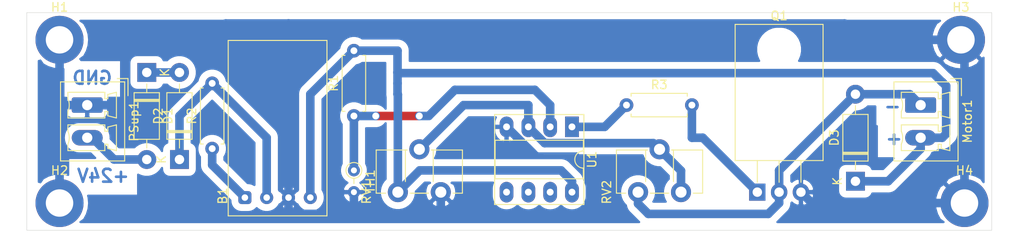
<source format=kicad_pcb>
(kicad_pcb (version 20211014) (generator pcbnew)
  (layers (0 "F.Cu" signal) (31 "B.Cu" signal) (34 "B.Paste" user) (35 "F.Paste" user) (36 "B.SilkS" user "B.Silkscreen") (37 "F.SilkS" user "F.Silkscreen") (38 "B.Mask" user) (39 "F.Mask" user) (44 "Edge.Cuts" user))
  (net 0 "")
  (net 1 "Net-(B1-Pad2)")
  (net 2 "GNDD")
  (net 3 "+12V")
  (net 4 "Net-(D1-Pad1)")
  (net 5 "+24V")
  (net 6 "Net-(D3-Pad2)")
  (net 7 "Net-(Q1-Pad1)")
  (net 8 "Net-(R1-Pad1)")
  (net 9 "Net-(R3-Pad1)")
  (net 10 "Net-(RV1-Pad2)")
  (net 11 "Net-(B1-Pad1)")
  (footprint "breakot_SileliS:DC-DC_24V_Stepdown_brekout_horizontal" (layer "F.Cu") (at 74.51 137.16 90)
    (fp_text reference "B1" (at 2.1 -0.9 90) (layer "F.SilkS"))
    (fp_text value "DC-DC_24V_Stepdown")
    (fp_line (start -0.225 -0.25) (end 20.25 -0.25) (layer "F.SilkS") (width 0.12))
    (fp_line (start -0.225 11.25) (end -0.225 -0.25) (layer "F.SilkS") (width 0.12))
    (fp_line (start 20.25 11.25) (end -0.225 11.25) (layer "F.SilkS") (width 0.12))
    (fp_line (start 20.25 -0.25) (end 20.25 11.25) (layer "F.SilkS") (width 0.12))
    (pad "1" thru_hole roundrect locked (at 1.905 1.69 90) (size 1.524 1.524) (drill 0.762) (layers *.Cu *.Mask) (net 11 "Net-(B1-Pad1)"))
    (pad "2" thru_hole circle locked (at 1.905 4.23 90) (size 1.524 1.524) (drill 0.762) (layers *.Cu *.Mask) (net 1 "Net-(B1-Pad2)"))
    (pad "3" thru_hole circle locked (at 1.905 6.77 90) (size 1.524 1.524) (drill 0.762) (layers *.Cu *.Mask) (net 2 "GNDD"))
    (pad "4" thru_hole circle locked (at 1.905 9.31 90) (size 1.524 1.524) (drill 0.762) (layers *.Cu *.Mask) (net 3 "+12V"))
  )
  (footprint "Diode_THT:D_DO-41_SOD81_P10.16mm_Horizontal" (layer "F.Cu") (at 64.77 120.65 -90)
    (fp_text reference "D1" (at 5.08 -2.47 90) (layer "F.SilkS"))
    (fp_text value "1N4007")
    (fp_text user "K" (at 0 -2.1 90) (layer "F.SilkS"))
    (fp_line (start 7.8 1.47) (end 7.8 -1.47) (layer "F.SilkS") (width 0.12))
    (fp_line (start 2.36 1.47) (end 7.8 1.47) (layer "F.SilkS") (width 0.12))
    (fp_line (start 3.14 -1.47) (end 3.14 1.47) (layer "F.SilkS") (width 0.12))
    (fp_line (start 8.82 0) (end 7.8 0) (layer "F.SilkS") (width 0.12))
    (fp_line (start 3.38 -1.47) (end 3.38 1.47) (layer "F.SilkS") (width 0.12))
    (fp_line (start 3.26 -1.47) (end 3.26 1.47) (layer "F.SilkS") (width 0.12))
    (fp_line (start 1.34 0) (end 2.36 0) (layer "F.SilkS") (width 0.12))
    (fp_line (start 2.36 -1.47) (end 2.36 1.47) (layer "F.SilkS") (width 0.12))
    (fp_line (start 7.8 -1.47) (end 2.36 -1.47) (layer "F.SilkS") (width 0.12))
    (pad "1" thru_hole rect locked (at 0 0 270) (size 2.2 2.2) (drill 1.1) (layers *.Cu *.Mask) (net 4 "Net-(D1-Pad1)"))
    (pad "2" thru_hole oval locked (at 10.16 0 270) (size 2.2 2.2) (drill 1.1) (layers *.Cu *.Mask) (net 5 "+24V"))
  )
  (footprint "Diode_THT:D_DO-41_SOD81_P10.16mm_Horizontal" (layer "F.Cu") (at 68.58 130.81 90)
    (fp_text reference "D2" (at 5.08 -2.47 90) (layer "F.SilkS"))
    (fp_text value "1N4007")
    (fp_text user "K" (at 0 -2.1 90) (layer "F.SilkS"))
    (fp_line (start 2.36 1.47) (end 7.8 1.47) (layer "F.SilkS") (width 0.12))
    (fp_line (start 2.36 -1.47) (end 2.36 1.47) (layer "F.SilkS") (width 0.12))
    (fp_line (start 3.38 -1.47) (end 3.38 1.47) (layer "F.SilkS") (width 0.12))
    (fp_line (start 3.26 -1.47) (end 3.26 1.47) (layer "F.SilkS") (width 0.12))
    (fp_line (start 3.14 -1.47) (end 3.14 1.47) (layer "F.SilkS") (width 0.12))
    (fp_line (start 7.8 1.47) (end 7.8 -1.47) (layer "F.SilkS") (width 0.12))
    (fp_line (start 7.8 -1.47) (end 2.36 -1.47) (layer "F.SilkS") (width 0.12))
    (fp_line (start 1.34 0) (end 2.36 0) (layer "F.SilkS") (width 0.12))
    (fp_line (start 8.82 0) (end 7.8 0) (layer "F.SilkS") (width 0.12))
    (pad "1" thru_hole rect locked (at 0 0 90) (size 2.2 2.2) (drill 1.1) (layers *.Cu *.Mask) (net 1 "Net-(B1-Pad2)"))
    (pad "2" thru_hole oval locked (at 10.16 0 90) (size 2.2 2.2) (drill 1.1) (layers *.Cu *.Mask) (net 4 "Net-(D1-Pad1)"))
  )
  (footprint "Diode_THT:D_DO-41_SOD81_P10.16mm_Horizontal" (layer "F.Cu") (at 147.32 133.35 90)
    (fp_text reference "D3" (at 5.08 -2.47 90) (layer "F.SilkS"))
    (fp_text value "1N4007")
    (fp_text user "K" (at 0 -2.1 90) (layer "F.SilkS"))
    (fp_line (start 3.38 -1.47) (end 3.38 1.47) (layer "F.SilkS") (width 0.12))
    (fp_line (start 2.36 1.47) (end 7.8 1.47) (layer "F.SilkS") (width 0.12))
    (fp_line (start 7.8 -1.47) (end 2.36 -1.47) (layer "F.SilkS") (width 0.12))
    (fp_line (start 3.14 -1.47) (end 3.14 1.47) (layer "F.SilkS") (width 0.12))
    (fp_line (start 2.36 -1.47) (end 2.36 1.47) (layer "F.SilkS") (width 0.12))
    (fp_line (start 8.82 0) (end 7.8 0) (layer "F.SilkS") (width 0.12))
    (fp_line (start 3.26 -1.47) (end 3.26 1.47) (layer "F.SilkS") (width 0.12))
    (fp_line (start 7.8 1.47) (end 7.8 -1.47) (layer "F.SilkS") (width 0.12))
    (fp_line (start 1.34 0) (end 2.36 0) (layer "F.SilkS") (width 0.12))
    (pad "1" thru_hole rect locked (at 0 0 90) (size 2.2 2.2) (drill 1.1) (layers *.Cu *.Mask) (net 3 "+12V"))
    (pad "2" thru_hole oval locked (at 10.16 0 90) (size 2.2 2.2) (drill 1.1) (layers *.Cu *.Mask) (net 6 "Net-(D3-Pad2)"))
  )
  (footprint "Connector_Phoenix_MC:PhoenixContact_MCV_1,5_2-G-3.81_1x02_P3.81mm_Vertical" (layer "F.Cu") (at 154.9146 124.46 -90)
    (fp_text reference "Motor1" (at 1.9 -5.45 90) (layer "F.SilkS"))
    (fp_text value "Conn_01x02_Female")
    (fp_line (start 0.75 -2.05) (end 1.5 -2.05) (layer "F.SilkS") (width 0.12))
    (fp_line (start -1.25 -2.4) (end -1.5 -3.4) (layer "F.SilkS") (width 0.12))
    (fp_line (start 3.06 2.25) (end 2.31 2.25) (layer "F.SilkS") (width 0.12))
    (fp_line (start 0.75 -2.4) (end 0.75 -2.05) (layer "F.SilkS") (width 0.12))
    (fp_line (start -1.5 -3.4) (end 1.5 -3.4) (layer "F.SilkS") (width 0.12))
    (fp_line (start 3.06 -2.4) (end 2.56 -2.4) (layer "F.SilkS") (width 0.12))
    (fp_line (start -2.71 3.11) (end 6.52 3.11) (layer "F.SilkS") (width 0.12))
    (fp_line (start 2.31 -2.05) (end 3.06 -2.05) (layer "F.SilkS") (width 0.12))
    (fp_line (start -0.75 -2.05) (end -0.75 -2.4) (layer "F.SilkS") (width 0.12))
    (fp_line (start -0.75 -2.4) (end -1.25 -2.4) (layer "F.SilkS") (width 0.12))
    (fp_line (start 2.56 -2.4) (end 2.31 -3.4) (layer "F.SilkS") (width 0.12))
    (fp_line (start -3.1 -3.5) (end -3.1 -4.75) (layer "F.SilkS") (width 0.12))
    (fp_line (start 4.56 -2.05) (end 5.31 -2.05) (layer "F.SilkS") (width 0.12))
    (fp_line (start 5.06 -2.4) (end 4.56 -2.4) (layer "F.SilkS") (width 0.12))
    (fp_line (start 5.31 -3.4) (end 5.06 -2.4) (layer "F.SilkS") (width 0.12))
    (fp_line (start 2.31 -3.4) (end 5.31 -3.4) (layer "F.SilkS") (width 0.12))
    (fp_line (start 5.31 2.25) (end 4.56 2.25) (layer "F.SilkS") (width 0.12))
    (fp_line (start -1.5 -2.05) (end -0.75 -2.05) (layer "F.SilkS") (width 0.12))
    (fp_line (start 1.5 -3.4) (end 1.25 -2.4) (layer "F.SilkS") (width 0.12))
    (fp_line (start 1.25 -2.4) (end 0.75 -2.4) (layer "F.SilkS") (width 0.12))
    (fp_line (start 5.31 -2.05) (end 5.31 2.25) (layer "F.SilkS") (width 0.12))
    (fp_line (start -0.75 2.25) (end -1.5 2.25) (layer "F.SilkS") (width 0.12))
    (fp_line (start 1.5 2.25) (end 0.75 2.25) (layer "F.SilkS") (width 0.12))
    (fp_line (start 1.5 -2.05) (end 1.5 2.25) (layer "F.SilkS") (width 0.12))
    (fp_line (start -1.5 2.25) (end -1.5 -2.05) (layer "F.SilkS") (width 0.12))
    (fp_line (start 6.52 3.11) (end 6.52 -4.36) (layer "F.SilkS") (width 0.12))
    (fp_line (start 4.56 -2.4) (end 4.56 -2.05) (layer "F.SilkS") (width 0.12))
    (fp_line (start -3.1 -4.75) (end -1.1 -4.75) (layer "F.SilkS") (width 0.12))
    (fp_line (start 6.52 -4.36) (end -2.71 -4.36) (layer "F.SilkS") (width 0.12))
    (fp_line (start 2.31 2.25) (end 2.31 -2.05) (layer "F.SilkS") (width 0.12))
    (fp_line (start 3.06 -2.05) (end 3.06 -2.4) (layer "F.SilkS") (width 0.12))
    (fp_line (start -2.71 -4.36) (end -2.71 3.11) (layer "F.SilkS") (width 0.12))
    (fp_arc (start 3.06 2.25) (mid 3.809807 2.09191) (end 4.559647 2.249844) (layer "F.SilkS") (width 0.12))
    (fp_arc (start -0.75 2.25) (mid -0.000193 2.09191) (end 0.749647 2.249844) (layer "F.SilkS") (width 0.12))
    (pad "1" thru_hole roundrect locked (at 0 0 270) (size 1.8 3.6) (drill 1.2) (layers *.Cu *.Mask) (roundrect_rratio 0.138889) (net 6 "Net-(D3-Pad2)"))
    (pad "2" thru_hole oval locked (at 3.81 0 270) (size 1.8 3.6) (drill 1.2) (layers *.Cu *.Mask) (net 3 "+12V"))
  )
  (footprint "Connector_Phoenix_MC:PhoenixContact_MCV_1,5_2-G-3.81_1x02_P3.81mm_Vertical" (layer "F.Cu") (at 57.8358 124.46 -90)
    (fp_text reference "PSup1" (at 1.9 -5.45 90) (layer "F.SilkS"))
    (fp_text value "Conn_01x02_Male")
    (fp_line (start -0.75 -2.05) (end -0.75 -2.4) (layer "F.SilkS") (width 0.12))
    (fp_line (start 2.56 -2.4) (end 2.31 -3.4) (layer "F.SilkS") (width 0.12))
    (fp_line (start 5.06 -2.4) (end 4.56 -2.4) (layer "F.SilkS") (width 0.12))
    (fp_line (start 0.75 -2.05) (end 1.5 -2.05) (layer "F.SilkS") (width 0.12))
    (fp_line (start -1.25 -2.4) (end -1.5 -3.4) (layer "F.SilkS") (width 0.12))
    (fp_line (start 2.31 2.25) (end 2.31 -2.05) (layer "F.SilkS") (width 0.12))
    (fp_line (start 1.5 2.25) (end 0.75 2.25) (layer "F.SilkS") (width 0.12))
    (fp_line (start -1.5 -2.05) (end -0.75 -2.05) (layer "F.SilkS") (width 0.12))
    (fp_line (start -0.75 2.25) (end -1.5 2.25) (layer "F.SilkS") (width 0.12))
    (fp_line (start 5.31 -2.05) (end 5.31 2.25) (layer "F.SilkS") (width 0.12))
    (fp_line (start 3.06 -2.05) (end 3.06 -2.4) (layer "F.SilkS") (width 0.12))
    (fp_line (start 4.56 -2.05) (end 5.31 -2.05) (layer "F.SilkS") (width 0.12))
    (fp_line (start 1.5 -2.05) (end 1.5 2.25) (layer "F.SilkS") (width 0.12))
    (fp_line (start 2.31 -2.05) (end 3.06 -2.05) (layer "F.SilkS") (width 0.12))
    (fp_line (start 6.52 -4.36) (end -2.71 -4.36) (layer "F.SilkS") (width 0.12))
    (fp_line (start -3.1 -4.75) (end -1.1 -4.75) (layer "F.SilkS") (width 0.12))
    (fp_line (start -2.71 3.11) (end 6.52 3.11) (layer "F.SilkS") (width 0.12))
    (fp_line (start 0.75 -2.4) (end 0.75 -2.05) (layer "F.SilkS") (width 0.12))
    (fp_line (start 5.31 -3.4) (end 5.06 -2.4) (layer "F.SilkS") (width 0.12))
    (fp_line (start 1.5 -3.4) (end 1.25 -2.4) (layer "F.SilkS") (width 0.12))
    (fp_line (start 3.06 -2.4) (end 2.56 -2.4) (layer "F.SilkS") (width 0.12))
    (fp_line (start -0.75 -2.4) (end -1.25 -2.4) (layer "F.SilkS") (width 0.12))
    (fp_line (start 4.56 -2.4) (end 4.56 -2.05) (layer "F.SilkS") (width 0.12))
    (fp_line (start 1.25 -2.4) (end 0.75 -2.4) (layer "F.SilkS") (width 0.12))
    (fp_line (start 5.31 2.25) (end 4.56 2.25) (layer "F.SilkS") (width 0.12))
    (fp_line (start -1.5 2.25) (end -1.5 -2.05) (layer "F.SilkS") (width 0.12))
    (fp_line (start -3.1 -3.5) (end -3.1 -4.75) (layer "F.SilkS") (width 0.12))
    (fp_line (start -2.71 -4.36) (end -2.71 3.11) (layer "F.SilkS") (width 0.12))
    (fp_line (start 6.52 3.11) (end 6.52 -4.36) (layer "F.SilkS") (width 0.12))
    (fp_line (start 2.31 -3.4) (end 5.31 -3.4) (layer "F.SilkS") (width 0.12))
    (fp_line (start -1.5 -3.4) (end 1.5 -3.4) (layer "F.SilkS") (width 0.12))
    (fp_line (start 3.06 2.25) (end 2.31 2.25) (layer "F.SilkS") (width 0.12))
    (fp_arc (start 3.06 2.25) (mid 3.809807 2.09191) (end 4.559647 2.249844) (layer "F.SilkS") (width 0.12))
    (fp_arc (start -0.75 2.25) (mid -0.000193 2.09191) (end 0.749647 2.249844) (layer "F.SilkS") (width 0.12))
    (pad "1" thru_hole roundrect locked (at 0 0 270) (size 1.8 3.6) (drill 1.2) (layers *.Cu *.Mask) (roundrect_rratio 0.138889) (net 2 "GNDD"))
    (pad "2" thru_hole oval locked (at 3.81 0 270) (size 1.8 3.6) (drill 1.2) (layers *.Cu *.Mask) (net 5 "+24V"))
  )
  (footprint "Resistor_THT:R_Axial_DIN0207_L6.3mm_D2.5mm_P7.62mm_Horizontal" (layer "F.Cu") (at 88.9 125.73 90)
    (fp_text reference "R1" (at 3.81 -2.37 90) (layer "F.SilkS"))
    (fp_text value "15k")
    (fp_line (start 0.54 -1.37) (end 7.08 -1.37) (layer "F.SilkS") (width 0.12))
    (fp_line (start 7.08 -1.37) (end 7.08 -1.04) (layer "F.SilkS") (width 0.12))
    (fp_line (start 0.54 -1.04) (end 0.54 -1.37) (layer "F.SilkS") (width 0.12))
    (fp_line (start 0.54 1.04) (end 0.54 1.37) (layer "F.SilkS") (width 0.12))
    (fp_line (start 7.08 1.37) (end 7.08 1.04) (layer "F.SilkS") (width 0.12))
    (fp_line (start 0.54 1.37) (end 7.08 1.37) (layer "F.SilkS") (width 0.12))
    (pad "1" thru_hole circle locked (at 0 0 90) (size 1.6 1.6) (drill 0.8) (layers *.Cu *.Mask) (net 8 "Net-(R1-Pad1)"))
    (pad "2" thru_hole oval locked (at 7.62 0 90) (size 1.6 1.6) (drill 0.8) (layers *.Cu *.Mask) (net 3 "+12V"))
  )
  (footprint "Resistor_THT:R_Axial_DIN0207_L6.3mm_D2.5mm_P7.62mm_Horizontal" (layer "F.Cu") (at 120.65 124.46)
    (fp_text reference "R3" (at 3.81 -2.37) (layer "F.SilkS"))
    (fp_text value "2k")
    (fp_line (start 7.08 1.37) (end 7.08 1.04) (layer "F.SilkS") (width 0.12))
    (fp_line (start 0.54 -1.04) (end 0.54 -1.37) (layer "F.SilkS") (width 0.12))
    (fp_line (start 0.54 -1.37) (end 7.08 -1.37) (layer "F.SilkS") (width 0.12))
    (fp_line (start 0.54 1.37) (end 7.08 1.37) (layer "F.SilkS") (width 0.12))
    (fp_line (start 0.54 1.04) (end 0.54 1.37) (layer "F.SilkS") (width 0.12))
    (fp_line (start 7.08 -1.37) (end 7.08 -1.04) (layer "F.SilkS") (width 0.12))
    (pad "1" thru_hole circle locked (at 0 0) (size 1.6 1.6) (drill 0.8) (layers *.Cu *.Mask) (net 9 "Net-(R3-Pad1)"))
    (pad "2" thru_hole oval locked (at 7.62 0) (size 1.6 1.6) (drill 0.8) (layers *.Cu *.Mask) (net 7 "Net-(Q1-Pad1)"))
  )
  (footprint "Potentiometer_THT:Potentiometer_ACP_CA9-H5_Horizontal" (layer "F.Cu") (at 94.02 134.62 90)
    (fp_text reference "RV1" (at 0 -3.65 90) (layer "F.SilkS"))
    (fp_text value "10k")
    (fp_line (start -0.121 6.425) (end -0.121 7.52) (layer "F.SilkS") (width 0.12))
    (fp_line (start 1.237 4.12) (end 4.92 4.12) (layer "F.SilkS") (width 0.12))
    (fp_line (start -0.121 -2.521) (end 4.92 -2.521) (layer "F.SilkS") (width 0.12))
    (fp_line (start -0.121 1.426) (end -0.121 3.575) (layer "F.SilkS") (width 0.12))
    (fp_line (start 4.92 3.925) (end 4.92 4.12) (layer "F.SilkS") (width 0.12))
    (fp_line (start 4.92 3.925) (end 4.92 7.52) (layer "F.SilkS") (width 0.12))
    (fp_line (start 4.92 0.88) (end 4.92 1.075) (layer "F.SilkS") (width 0.12))
    (fp_line (start -0.121 7.52) (end 4.92 7.52) (layer "F.SilkS") (width 0.12))
    (fp_line (start 1.237 0.88) (end 4.92 0.88) (layer "F.SilkS") (width 0.12))
    (fp_line (start -0.121 1.426) (end -0.121 3.575) (layer "F.SilkS") (width 0.12))
    (fp_line (start -0.121 -2.521) (end -0.121 -1.426) (layer "F.SilkS") (width 0.12))
    (fp_line (start 4.92 -2.521) (end 4.92 1.075) (layer "F.SilkS") (width 0.12))
    (pad "1" thru_hole circle locked (at 0 0 90) (size 2.34 2.34) (drill 1.3) (layers *.Cu *.Mask) (net 3 "+12V"))
    (pad "2" thru_hole circle locked (at 5 2.5 90) (size 2.34 2.34) (drill 1.3) (layers *.Cu *.Mask) (net 10 "Net-(RV1-Pad2)"))
    (pad "3" thru_hole circle locked (at 0 5 90) (size 2.34 2.34) (drill 1.3) (layers *.Cu *.Mask) (net 2 "GNDD"))
  )
  (footprint "Potentiometer_THT:Potentiometer_ACP_CA9-H5_Horizontal" (layer "F.Cu") (at 122 134.62 90)
    (fp_text reference "RV2" (at 0 -3.65 90) (layer "F.SilkS"))
    (fp_text value "100k")
    (fp_line (start -0.121 6.425) (end -0.121 7.52) (layer "F.SilkS") (width 0.12))
    (fp_line (start -0.121 1.426) (end -0.121 3.575) (layer "F.SilkS") (width 0.12))
    (fp_line (start 4.92 3.925) (end 4.92 7.52) (layer "F.SilkS") (width 0.12))
    (fp_line (start 4.92 0.88) (end 4.92 1.075) (layer "F.SilkS") (width 0.12))
    (fp_line (start -0.121 -2.521) (end -0.121 -1.426) (layer "F.SilkS") (width 0.12))
    (fp_line (start 4.92 3.925) (end 4.92 4.12) (layer "F.SilkS") (width 0.12))
    (fp_line (start 1.237 0.88) (end 4.92 0.88) (layer "F.SilkS") (width 0.12))
    (fp_line (start 4.92 -2.521) (end 4.92 1.075) (layer "F.SilkS") (width 0.12))
    (fp_line (start -0.121 -2.521) (end 4.92 -2.521) (layer "F.SilkS") (width 0.12))
    (fp_line (start 1.237 4.12) (end 4.92 4.12) (layer "F.SilkS") (width 0.12))
    (fp_line (start -0.121 7.52) (end 4.92 7.52) (layer "F.SilkS") (width 0.12))
    (fp_line (start -0.121 1.426) (end -0.121 3.575) (layer "F.SilkS") (width 0.12))
    (pad "1" thru_hole circle locked (at 0 0 90) (size 2.34 2.34) (drill 1.3) (layers *.Cu *.Mask) (net 6 "Net-(D3-Pad2)"))
    (pad "2" thru_hole circle locked (at 5 2.5 90) (size 2.34 2.34) (drill 1.3) (layers *.Cu *.Mask) (net 10 "Net-(RV1-Pad2)"))
    (pad "3" thru_hole circle locked (at 0 5 90) (size 2.34 2.34) (drill 1.3) (layers *.Cu *.Mask) (net 10 "Net-(RV1-Pad2)"))
  )
  (footprint "Resistor_THT:R_Axial_DIN0204_L3.6mm_D1.6mm_P2.54mm_Vertical" (layer "F.Cu") (at 88.9 132.08 -90)
    (fp_text reference "TH1" (at 1.27 -1.92 90) (layer "F.SilkS"))
    (fp_text value "NTC10k")
    (fp_line (start 0.92 0) (end 1.54 0) (layer "F.SilkS") (width 0.12))
    (fp_circle (center 0 0) (end 0.92 0) (layer "F.SilkS") (width 0.12) (fill none))
    (pad "1" thru_hole circle locked (at 0 0 270) (size 1.4 1.4) (drill 0.7) (layers *.Cu *.Mask) (net 8 "Net-(R1-Pad1)"))
    (pad "2" thru_hole oval locked (at 2.54 0 270) (size 1.4 1.4) (drill 0.7) (layers *.Cu *.Mask) (net 2 "GNDD"))
  )
  (footprint "Package_TO_SOT_THT:TO-220-3_Horizontal_TabDown" (layer "F.Cu") (at 135.89 134.62)
    (fp_text reference "Q1" (at 2.54 -20.58) (layer "F.SilkS"))
    (fp_text value "IRF510")
    (fp_line (start 0 -3.69) (end 0 -1.15) (layer "F.SilkS") (width 0.12))
    (fp_line (start 5.08 -3.69) (end 5.08 -1.15) (layer "F.SilkS") (width 0.12))
    (fp_line (start -2.58 -3.69) (end 7.66 -3.69) (layer "F.SilkS") (width 0.12))
    (fp_line (start -2.58 -19.58) (end -2.58 -3.69) (layer "F.SilkS") (width 0.12))
    (fp_line (start 7.66 -19.58) (end 7.66 -3.69) (layer "F.SilkS") (width 0.12))
    (fp_line (start 2.54 -3.69) (end 2.54 -1.15) (layer "F.SilkS") (width 0.12))
    (fp_line (start -2.58 -19.58) (end 7.66 -19.58) (layer "F.SilkS") (width 0.12))
    (pad "" np_thru_hole oval locked (at 2.54 -16.66) (size 3.5 3.5) (drill 3.5) (layers *.Cu *.Mask))
    (pad "1" thru_hole rect locked (at 0 0) (size 1.905 2) (drill 1.1) (layers *.Cu *.Mask) (net 7 "Net-(Q1-Pad1)"))
    (pad "2" thru_hole oval locked (at 2.54 0) (size 1.905 2) (drill 1.1) (layers *.Cu *.Mask) (net 6 "Net-(D3-Pad2)"))
    (pad "3" thru_hole oval locked (at 5.08 0) (size 1.905 2) (drill 1.1) (layers *.Cu *.Mask) (net 2 "GNDD"))
  )
  (footprint "Resistor_THT:R_Axial_DIN0207_L6.3mm_D2.5mm_P7.62mm_Horizontal" (layer "F.Cu") (at 72.39 129.54 90)
    (fp_text reference "R2" (at 3.81 -2.37 90) (layer "F.SilkS"))
    (fp_text value "10k")
    (fp_line (start 7.08 1.37) (end 7.08 1.04) (layer "F.SilkS") (width 0.12))
    (fp_line (start 0.54 -1.04) (end 0.54 -1.37) (layer "F.SilkS") (width 0.12))
    (fp_line (start 7.08 -1.37) (end 7.08 -1.04) (layer "F.SilkS") (width 0.12))
    (fp_line (start 0.54 1.04) (end 0.54 1.37) (layer "F.SilkS") (width 0.12))
    (fp_line (start 0.54 1.37) (end 7.08 1.37) (layer "F.SilkS") (width 0.12))
    (fp_line (start 0.54 -1.37) (end 7.08 -1.37) (layer "F.SilkS") (width 0.12))
    (pad "1" thru_hole circle locked (at 0 0 90) (size 1.6 1.6) (drill 0.8) (layers *.Cu *.Mask) (net 11 "Net-(B1-Pad1)"))
    (pad "2" thru_hole oval locked (at 7.62 0 90) (size 1.6 1.6) (drill 0.8) (layers *.Cu *.Mask) (net 1 "Net-(B1-Pad2)"))
  )
  (footprint "MountingHole:MountingHole_3.2mm_M3_DIN965_Pad" (layer "F.Cu") (at 54.61 116.84)
    (fp_text reference "H1" (at 0 -3.8) (layer "F.SilkS"))
    (fp_text value "MountingHole_Pad")
    (pad "1" thru_hole circle locked (at 0 0) (size 5.6 5.6) (drill 3.2) (layers *.Cu *.Mask) (net 2 "GNDD"))
  )
  (footprint "MountingHole:MountingHole_3.2mm_M3_DIN965_Pad" (layer "F.Cu") (at 159.61 116.84)
    (fp_text reference "H3" (at 0 -3.8) (layer "F.SilkS"))
    (fp_text value "MountingHole_Pad")
    (pad "1" thru_hole circle locked (at 0 0) (size 5.6 5.6) (drill 3.2) (layers *.Cu *.Mask) (net 2 "GNDD"))
  )
  (footprint "MountingHole:MountingHole_3.2mm_M3_DIN965_Pad" (layer "F.Cu") (at 160.02 135.89)
    (fp_text reference "H4" (at 0 -3.8) (layer "F.SilkS"))
    (fp_text value "MountingHole_Pad")
    (pad "1" thru_hole circle locked (at 0 0) (size 5.6 5.6) (drill 3.2) (layers *.Cu *.Mask) (net 2 "GNDD"))
  )
  (footprint "MountingHole:MountingHole_3.2mm_M3_DIN965_Pad" (layer "F.Cu") (at 54.61 135.89)
    (fp_text reference "H2" (at 0 -3.8) (layer "F.SilkS"))
    (fp_text value "MountingHole_Pad")
    (pad "1" thru_hole circle locked (at 0 0) (size 5.6 5.6) (drill 3.2) (layers *.Cu *.Mask) (net 2 "GNDD"))
  )
  (footprint "Package_DIP:DIP-8_W7.62mm_Socket_LongPads" (layer "F.Cu") (at 114.3 127 -90)
    (fp_text reference "U1" (at 3.81 -2.33 90) (layer "F.SilkS"))
    (fp_text value "TL082")
    (fp_line (start 2.81 -1.33) (end 1.56 -1.33) (layer "F.SilkS") (width 0.12))
    (fp_line (start 9.06 9.01) (end 9.06 -1.39) (layer "F.SilkS") (width 0.12))
    (fp_line (start -1.44 9.01) (end 9.06 9.01) (layer "F.SilkS") (width 0.12))
    (fp_line (start 1.56 -1.33) (end 1.56 8.95) (layer "F.SilkS") (width 0.12))
    (fp_line (start 6.06 -1.33) (end 4.81 -1.33) (layer "F.SilkS") (width 0.12))
    (fp_line (start 9.06 -1.39) (end -1.44 -1.39) (layer "F.SilkS") (width 0.12))
    (fp_line (start 6.06 8.95) (end 6.06 -1.33) (layer "F.SilkS") (width 0.12))
    (fp_line (start 1.56 8.95) (end 6.06 8.95) (layer "F.SilkS") (width 0.12))
    (fp_line (start -1.44 -1.39) (end -1.44 9.01) (layer "F.SilkS") (width 0.12))
    (fp_arc (start 4.81 -1.33) (mid 3.81 -0.33) (end 2.81 -1.33) (layer "F.SilkS") (width 0.12))
    (pad "1" thru_hole rect locked (at 0 0 270) (size 2.4 1.6) (drill 0.8) (layers *.Cu *.Mask) (net 9 "Net-(R3-Pad1)"))
    (pad "2" thru_hole oval locked (at 0 2.54 270) (size 2.4 1.6) (drill 0.8) (layers *.Cu *.Mask) (net 8 "Net-(R1-Pad1)"))
    (pad "3" thru_hole oval locked (at 0 5.08 270) (size 2.4 1.6) (drill 0.8) (layers *.Cu *.Mask) (net 10 "Net-(RV1-Pad2)"))
    (pad "4" thru_hole oval locked (at 0 7.62 270) (size 2.4 1.6) (drill 0.8) (layers *.Cu *.Mask) (net 2 "GNDD"))
    (pad "5" thru_hole oval locked (at 7.62 7.62 270) (size 2.4 1.6) (drill 0.8) (layers *.Cu *.Mask))
    (pad "6" thru_hole oval locked (at 7.62 5.08 270) (size 2.4 1.6) (drill 0.8) (layers *.Cu *.Mask))
    (pad "7" thru_hole oval locked (at 7.62 2.54 270) (size 2.4 1.6) (drill 0.8) (layers *.Cu *.Mask))
    (pad "8" thru_hole oval locked (at 7.62 0 270) (size 2.4 1.6) (drill 0.8) (layers *.Cu *.Mask) (net 3 "+12V"))
  )
  (gr_line (start 50.8 139.065) (end 50.8 113.665) (layer "Edge.Cuts") (width 0.05))
  (gr_line (start 163.195 113.665) (end 163.195 139.065) (layer "Edge.Cuts") (width 0.05))
  (gr_line (start 163.195 139.065) (end 50.8 139.065) (layer "Edge.Cuts") (width 0.05))
  (gr_line (start 50.8 113.665) (end 163.195 113.665) (layer "Edge.Cuts") (width 0.05))
  (gr_text "GND" (at 58.42 121.285) (layer "B.Cu") (effects (font (size 1.5 1.5) (thickness 0.3)) (justify mirror)))
  (gr_text "+24V" (at 59.69 132.715) (layer "B.Cu") (effects (font (size 1.5 1.5) (thickness 0.3)) (justify mirror)))
  (gr_text "+" (at 151.8158 128.3462) (layer "B.Cu") (effects (font (size 1.5 1.5) (thickness 0.3)) (justify mirror)))
  (gr_text "-" (at 151.638 124.587) (layer "B.Cu") (effects (font (size 1.5 1.5) (thickness 0.3)) (justify mirror)))
  (segment (start 68.58 130.81) (end 68.58 125.73) (width 1) (layer "B.Cu") (net 1))
  (segment (start 68.58 125.73) (end 72.39 121.92) (width 1) (layer "B.Cu") (net 1))
  (segment (start 78.74 128.27) (end 72.39 121.92) (width 1) (layer "B.Cu") (net 1))
  (segment (start 78.74 135.255) (end 78.74 128.27) (width 1) (layer "B.Cu") (net 1))
  (segment (start 98.98 137.16) (end 115.57 137.16) (width 1) (layer "B.Cu") (net 2))
  (segment (start 114.860021 130.100021) (end 116.84 132.08) (width 0.25) (layer "B.Cu") (net 2))
  (segment (start 58.42 124.46) (end 55.245 124.46) (width 1) (layer "B.Cu") (net 2))
  (segment (start 62.23 118.745) (end 62.865 118.11) (width 1) (layer "B.Cu") (net 2))
  (segment (start 146.05 114.935) (end 81.28 114.935) (width 1) (layer "B.Cu") (net 2))
  (segment (start 81.28 135.255) (end 81.28 137.16) (width 1) (layer "B.Cu") (net 2))
  (segment (start 99.02 134.62) (end 99.02 137.12) (width 1) (layer "B.Cu") (net 2))
  (segment (start 160.02 135.89) (end 160.02 117.25) (width 1) (layer "B.Cu") (net 2))
  (segment (start 62.23 124.46) (end 62.23 118.745) (width 1) (layer "B.Cu") (net 2))
  (segment (start 88.9 137.16) (end 88.9 134.62) (width 1) (layer "B.Cu") (net 2))
  (segment (start 98.98 137.16) (end 99.02 137.12) (width 1) (layer "B.Cu") (net 2))
  (segment (start 62.865 118.11) (end 70.800002 118.11) (width 1) (layer "B.Cu") (net 2))
  (segment (start 58.42 124.46) (end 60.0456 124.46) (width 1) (layer "B.Cu") (net 2))
  (segment (start 82.55 137.16) (end 88.9 137.16) (width 1) (layer "B.Cu") (net 2))
  (segment (start 159.61 116.84) (end 147.955 116.84) (width 1) (layer "B.Cu") (net 2))
  (segment (start 106.68 127) (end 109.780021 130.100021) (width 1) (layer "B.Cu") (net 2))
  (segment (start 160.02 117.25) (end 159.61 116.84) (width 1) (layer "B.Cu") (net 2))
  (segment (start 81.28 137.16) (end 82.55 137.16) (width 1) (layer "B.Cu") (net 2))
  (segment (start 60.0456 124.46) (end 62.23 124.46) (width 1) (layer "B.Cu") (net 2))
  (segment (start 106.64 127) (end 106.68 127) (width 1) (layer "B.Cu") (net 2))
  (segment (start 57.8358 124.46) (end 60.0456 124.46) (width 1) (layer "B.Cu") (net 2))
  (segment (start 81.28 135.255) (end 81.28 128.589998) (width 1) (layer "B.Cu") (net 2))
  (segment (start 140.97 134.62) (end 142.24 135.89) (width 1) (layer "B.Cu") (net 2))
  (segment (start 147.955 116.84) (end 146.05 114.935) (width 1) (layer "B.Cu") (net 2))
  (segment (start 109.780021 130.100021) (end 114.860021 130.100021) (width 0.25) (layer "B.Cu") (net 2))
  (segment (start 81.28 128.589998) (end 81.28 114.935) (width 1) (layer "B.Cu") (net 2))
  (segment (start 116.84 132.08) (end 116.84 135.89) (width 1) (layer "B.Cu") (net 2))
  (segment (start 54.61 123.825) (end 54.61 116.84) (width 1) (layer "B.Cu") (net 2))
  (segment (start 55.245 124.46) (end 54.61 123.825) (width 1) (layer "B.Cu") (net 2))
  (segment (start 116.84 135.89) (end 115.57 137.16) (width 1) (layer "B.Cu") (net 2))
  (segment (start 54.61 135.89) (end 54.61 123.825) (width 1) (layer "B.Cu") (net 2))
  (segment (start 142.24 135.89) (end 160.02 135.89) (width 1) (layer "B.Cu") (net 2))
  (segment (start 70.800002 118.11) (end 73.975002 114.935) (width 1) (layer "B.Cu") (net 2))
  (segment (start 73.975002 114.935) (end 81.28 114.935) (width 1) (layer "B.Cu") (net 2))
  (segment (start 88.9 137.16) (end 98.98 137.16) (width 1) (layer "B.Cu") (net 2))
  (segment (start 113.03 132.08) (end 96.56 132.08) (width 1) (layer "B.Cu") (net 3))
  (segment (start 94.02 134.62) (end 94.02 123.23) (width 1) (layer "B.Cu") (net 3))
  (segment (start 157.8864 127.8128) (end 157.8864 122.2248) (width 1) (layer "B.Cu") (net 3))
  (segment (start 157.4292 128.27) (end 157.8864 127.8128) (width 1) (layer "B.Cu") (net 3))
  (segment (start 114.3 133.35) (end 113.03 132.08) (width 1) (layer "B.Cu") (net 3))
  (segment (start 94.0562 120.7262) (end 93.98 120.65) (width 1) (layer "B.Cu") (net 3))
  (segment (start 83.82 135.255) (end 83.82 123.19) (width 1) (layer "B.Cu") (net 3))
  (segment (start 154.9146 128.27) (end 157.4292 128.27) (width 1) (layer "B.Cu") (net 3))
  (segment (start 147.32 133.35) (end 151.13 133.35) (width 1) (layer "B.Cu") (net 3))
  (segment (start 93.98 120.65) (end 93.98 121.92) (width 1) (layer "B.Cu") (net 3))
  (segment (start 83.82 123.19) (end 88.9 118.11) (width 1) (layer "B.Cu") (net 3))
  (segment (start 154.9146 128.27) (end 154.9146 129.5654) (width 1) (layer "B.Cu") (net 3))
  (segment (start 157.44001 121.77841) (end 157.41461 121.77841) (width 1) (layer "B.Cu") (net 3))
  (segment (start 157.8864 122.2248) (end 157.44001 121.77841) (width 1) (layer "B.Cu") (net 3))
  (segment (start 93.98 118.11) (end 93.98 120.65) (width 1) (layer "B.Cu") (net 3))
  (segment (start 93.98 123.19) (end 94.02 123.23) (width 1) (layer "B.Cu") (net 3))
  (segment (start 96.56 132.08) (end 94.02 134.62) (width 1) (layer "B.Cu") (net 3))
  (segment (start 93.98 121.92) (end 93.98 123.19) (width 1) (layer "B.Cu") (net 3))
  (segment (start 154.9146 129.5654) (end 151.13 133.35) (width 1) (layer "B.Cu") (net 3))
  (segment (start 114.3 134.62) (end 114.3 133.35) (width 1) (layer "B.Cu") (net 3))
  (segment (start 88.9 118.11) (end 93.98 118.11) (width 1) (layer "B.Cu") (net 3))
  (segment (start 156.3624 120.7262) (end 94.0562 120.7262) (width 1) (layer "B.Cu") (net 3))
  (segment (start 157.41461 121.77841) (end 156.3624 120.7262) (width 1) (layer "B.Cu") (net 3))
  (segment (start 64.77 120.65) (end 68.58 120.65) (width 1) (layer "B.Cu") (net 4))
  (segment (start 58.42 128.27) (end 60.96 130.81) (width 1) (layer "B.Cu") (net 5))
  (segment (start 64.77 130.81) (end 60.96 130.81) (width 1) (layer "B.Cu") (net 5))
  (segment (start 57.8358 128.27) (end 58.42 128.27) (width 1) (layer "B.Cu") (net 5))
  (segment (start 153.6446 123.19) (end 152.4 123.19) (width 1) (layer "B.Cu") (net 6))
  (segment (start 138.43 135.89) (end 138.43 132.08) (width 1) (layer "B.Cu") (net 6))
  (segment (start 122 135.97) (end 122 134.62) (width 1) (layer "B.Cu") (net 6))
  (segment (start 138.43 135.89) (end 137.16 137.16) (width 1) (layer "B.Cu") (net 6))
  (segment (start 154.9146 124.46) (end 153.6446 123.19) (width 1) (layer "B.Cu") (net 6))
  (segment (start 147.32 123.19) (end 152.4 123.19) (width 1) (layer "B.Cu") (net 6))
  (segment (start 123.19 137.16) (end 122 135.97) (width 1) (layer "B.Cu") (net 6))
  (segment (start 138.43 132.08) (end 147.32 123.19) (width 1) (layer "B.Cu") (net 6))
  (segment (start 137.16 137.16) (end 123.19 137.16) (width 1) (layer "B.Cu") (net 6))
  (segment (start 128.27 128.27) (end 129.54 128.27) (width 1) (layer "B.Cu") (net 7))
  (segment (start 128.27 124.46) (end 128.27 128.27) (width 1) (layer "B.Cu") (net 7))
  (segment (start 129.54 128.27) (end 135.89 134.62) (width 1) (layer "B.Cu") (net 7))
  (segment (start 91.44 125.73) (end 96.52 125.73) (width 1) (layer "F.Cu") (net 8))
  (via (at 91.44 125.73) (size 1) (drill 0.8) (layers "F.Cu" "B.Cu") (net 8))
  (via (at 96.52 125.73) (size 1) (drill 0.8) (layers "F.Cu" "B.Cu") (net 8))
  (segment (start 100.6602 122.682) (end 109.982 122.682) (width 1) (layer "B.Cu") (net 8))
  (segment (start 88.9 125.73) (end 88.9 132.08) (width 1) (layer "B.Cu") (net 8))
  (segment (start 97.6122 125.73) (end 100.6602 122.682) (width 1) (layer "B.Cu") (net 8))
  (segment (start 96.52 125.73) (end 97.6122 125.73) (width 1) (layer "B.Cu") (net 8))
  (segment (start 109.982 122.682) (end 111.76 124.46) (width 1) (layer "B.Cu") (net 8))
  (segment (start 111.76 127) (end 111.76 124.46) (width 1) (layer "B.Cu") (net 8))
  (segment (start 88.9 125.73) (end 91.44 125.73) (width 1) (layer "B.Cu") (net 8))
  (segment (start 114.3 127) (end 118.11 127) (width 1) (layer "B.Cu") (net 9))
  (segment (start 118.11 127) (end 120.65 124.46) (width 1) (layer "B.Cu") (net 9))
  (segment (start 109.22 124.46) (end 109.22 127) (width 1) (layer "B.Cu") (net 10))
  (segment (start 127 132.12) (end 124.5 129.62) (width 1) (layer "B.Cu") (net 10))
  (segment (start 111.12001 128.90001) (end 123.78001 128.90001) (width 1) (layer "B.Cu") (net 10))
  (segment (start 127 134.62) (end 127 132.12) (width 1) (layer "B.Cu") (net 10))
  (segment (start 109.22 127) (end 111.12001 128.90001) (width 1) (layer "B.Cu") (net 10))
  (segment (start 101.68 124.46) (end 109.22 124.46) (width 1) (layer "B.Cu") (net 10))
  (segment (start 96.52 129.62) (end 101.68 124.46) (width 1) (layer "B.Cu") (net 10))
  (segment (start 123.78001 128.90001) (end 124.5 129.62) (width 1) (layer "B.Cu") (net 10))
  (segment (start 72.39 131.445) (end 76.2 135.255) (width 1) (layer "B.Cu") (net 11))
  (segment (start 72.39 129.54) (end 72.39 131.445) (width 1) (layer "B.Cu") (net 11))
  (zone (net 2) (net_name "GNDD") (layer "B.Cu") (connect_pads (clearance 0.8)) (min_thickness 0.254) (fill yes (thermal_gap 0.508) (thermal_bridge_width 0.508))
    (polygon (pts (xy 162.56 138.43) (xy 52.07 138.43) (xy 52.07 114.3) (xy 162.56 114.3)))
  )
)
</source>
